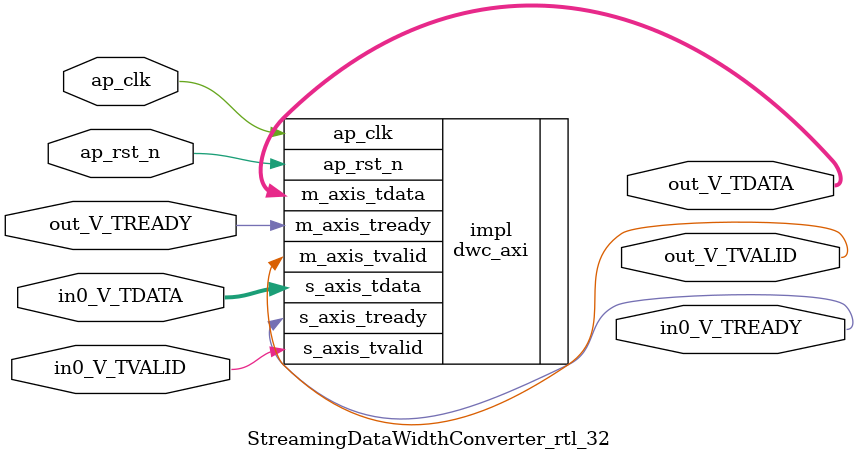
<source format=v>
/******************************************************************************
 * Copyright (C) 2023, Advanced Micro Devices, Inc.
 * All rights reserved.
 *
 * Redistribution and use in source and binary forms, with or without
 * modification, are permitted provided that the following conditions are met:
 *
 *  1. Redistributions of source code must retain the above copyright notice,
 *     this list of conditions and the following disclaimer.
 *
 *  2. Redistributions in binary form must reproduce the above copyright
 *     notice, this list of conditions and the following disclaimer in the
 *     documentation and/or other materials provided with the distribution.
 *
 *  3. Neither the name of the copyright holder nor the names of its
 *     contributors may be used to endorse or promote products derived from
 *     this software without specific prior written permission.
 *
 * THIS SOFTWARE IS PROVIDED BY THE COPYRIGHT HOLDERS AND CONTRIBUTORS "AS IS"
 * AND ANY EXPRESS OR IMPLIED WARRANTIES, INCLUDING, BUT NOT LIMITED TO,
 * THE IMPLIED WARRANTIES OF MERCHANTABILITY AND FITNESS FOR A PARTICULAR
 * PURPOSE ARE DISCLAIMED. IN NO EVENT SHALL THE COPYRIGHT HOLDER OR
 * CONTRIBUTORS BE LIABLE FOR ANY DIRECT, INDIRECT, INCIDENTAL, SPECIAL,
 * EXEMPLARY, OR CONSEQUENTIAL DAMAGES (INCLUDING, BUT NOT LIMITED TO,
 * PROCUREMENT OF SUBSTITUTE GOODS OR SERVICES; LOSS OF USE, DATA, OR PROFITS;
 * OR BUSINESS INTERRUPTION). HOWEVER CAUSED AND ON ANY THEORY OF LIABILITY,
 * WHETHER IN CONTRACT, STRICT LIABILITY, OR TORT (INCLUDING NEGLIGENCE OR
 * OTHERWISE) ARISING IN ANY WAY OUT OF THE USE OF THIS SOFTWARE, EVEN IF
 * ADVISED OF THE POSSIBILITY OF SUCH DAMAGE.
 *****************************************************************************/

module StreamingDataWidthConverter_rtl_32 #(
	parameter  IBITS = 256,
	parameter  OBITS = 4,

	parameter  AXI_IBITS = (IBITS+7)/8 * 8,
	parameter  AXI_OBITS = (OBITS+7)/8 * 8
)(
	//- Global Control ------------------
	(* X_INTERFACE_INFO = "xilinx.com:signal:clock:1.0 ap_clk CLK" *)
	(* X_INTERFACE_PARAMETER = "ASSOCIATED_BUSIF in0_V:out_V, ASSOCIATED_RESET ap_rst_n" *)
	input	ap_clk,
	(* X_INTERFACE_PARAMETER = "POLARITY ACTIVE_LOW" *)
	input	ap_rst_n,

	//- AXI Stream - Input --------------
	output	in0_V_TREADY,
	input	in0_V_TVALID,
	input	[AXI_IBITS-1:0]  in0_V_TDATA,

	//- AXI Stream - Output -------------
	input	out_V_TREADY,
	output	out_V_TVALID,
	output	[AXI_OBITS-1:0]  out_V_TDATA
);

	dwc_axi #(
		.IBITS(IBITS),
		.OBITS(OBITS)
	) impl (
		.ap_clk(ap_clk),
		.ap_rst_n(ap_rst_n),
		.s_axis_tready(in0_V_TREADY),
		.s_axis_tvalid(in0_V_TVALID),
		.s_axis_tdata(in0_V_TDATA),
		.m_axis_tready(out_V_TREADY),
		.m_axis_tvalid(out_V_TVALID),
		.m_axis_tdata(out_V_TDATA)
	);

endmodule

</source>
